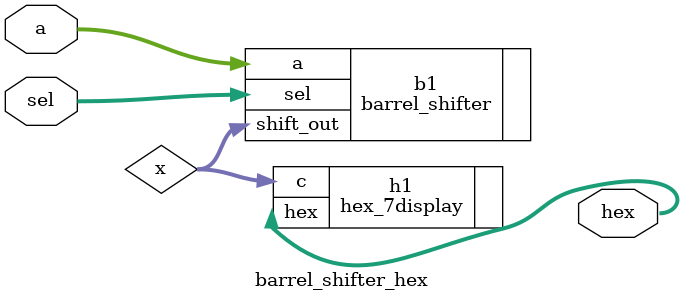
<source format=v>
`timescale 1ns / 1ps
module barrel_shifter_hex(
		input [3:0] a,
		input [1:0] sel,
		output [6:0] hex
    );
	 
wire [3:0] x;

barrel_shifter b1(.a(a),.sel(sel),.shift_out(x));
hex_7display h1(.c(x),.hex(hex));



endmodule

</source>
